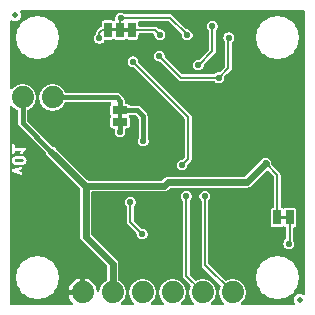
<source format=gbl>
%TF.GenerationSoftware,KiCad,Pcbnew,9.0.0*%
%TF.CreationDate,2025-04-11T12:54:06-06:00*%
%TF.ProjectId,SparkFun_AS7343_Qwiic,53706172-6b46-4756-9e5f-415337333433,v01*%
%TF.SameCoordinates,Original*%
%TF.FileFunction,Copper,L2,Bot*%
%TF.FilePolarity,Positive*%
%FSLAX46Y46*%
G04 Gerber Fmt 4.6, Leading zero omitted, Abs format (unit mm)*
G04 Created by KiCad (PCBNEW 9.0.0) date 2025-04-11 12:54:06*
%MOMM*%
%LPD*%
G01*
G04 APERTURE LIST*
%ADD10C,0.254000*%
%TA.AperFunction,EtchedComponent*%
%ADD11C,0.000000*%
%TD*%
%TA.AperFunction,ComponentPad*%
%ADD12C,1.879600*%
%TD*%
%TA.AperFunction,SMDPad,CuDef*%
%ADD13R,0.660400X1.270000*%
%TD*%
%TA.AperFunction,SMDPad,CuDef*%
%ADD14C,0.500000*%
%TD*%
%TA.AperFunction,SMDPad,CuDef*%
%ADD15R,1.270000X0.660400*%
%TD*%
%TA.AperFunction,ViaPad*%
%ADD16C,0.560000*%
%TD*%
%TA.AperFunction,Conductor*%
%ADD17C,0.203200*%
%TD*%
%TA.AperFunction,Conductor*%
%ADD18C,0.558800*%
%TD*%
%TA.AperFunction,Conductor*%
%ADD19C,0.406400*%
%TD*%
G04 APERTURE END LIST*
D10*
G36*
X1247337Y12568317D02*
G01*
X1313193Y12535389D01*
X1332432Y12516150D01*
X1358187Y12464640D01*
X1358187Y12427838D01*
X1332432Y12376328D01*
X1313193Y12357089D01*
X1247337Y12324161D01*
X1082505Y12282953D01*
X871868Y12282953D01*
X707036Y12324161D01*
X641178Y12357090D01*
X621943Y12376326D01*
X596187Y12427838D01*
X596187Y12464640D01*
X621943Y12516153D01*
X641178Y12535389D01*
X707036Y12568317D01*
X871868Y12609525D01*
X1082505Y12609525D01*
X1247337Y12568317D01*
G37*
G36*
X1739187Y11080841D02*
G01*
X215187Y11080841D01*
X215187Y11593944D01*
X343551Y11593944D01*
X344473Y11575382D01*
X343551Y11556820D01*
X345694Y11550818D01*
X346011Y11544452D01*
X353966Y11527658D01*
X360217Y11510155D01*
X364495Y11505430D01*
X367224Y11499668D01*
X381001Y11487197D01*
X393473Y11473419D01*
X399234Y11470691D01*
X403960Y11466412D01*
X426472Y11455781D01*
X1103805Y11213876D01*
X1127958Y11207841D01*
X1177450Y11210301D01*
X1222234Y11231514D01*
X1255490Y11268250D01*
X1272156Y11314916D01*
X1269696Y11364407D01*
X1248482Y11409191D01*
X1211746Y11442447D01*
X1189234Y11453078D01*
X846783Y11575382D01*
X1189234Y11697686D01*
X1211746Y11708317D01*
X1248482Y11741573D01*
X1269696Y11786357D01*
X1272156Y11835848D01*
X1255490Y11882514D01*
X1222234Y11919250D01*
X1177450Y11940463D01*
X1127958Y11942923D01*
X1103805Y11936888D01*
X426472Y11694983D01*
X403960Y11684352D01*
X399234Y11680074D01*
X393473Y11677345D01*
X381001Y11663568D01*
X367224Y11651096D01*
X364495Y11645335D01*
X360217Y11640609D01*
X353966Y11623107D01*
X346011Y11606312D01*
X345694Y11599947D01*
X343551Y11593944D01*
X215187Y11593944D01*
X215187Y12494620D01*
X342187Y12494620D01*
X342187Y12397858D01*
X344627Y12373082D01*
X346373Y12368866D01*
X346697Y12364313D01*
X355595Y12341062D01*
X403976Y12244300D01*
X410687Y12233638D01*
X411971Y12230539D01*
X414833Y12227052D01*
X417238Y12223231D01*
X419772Y12221033D01*
X427765Y12211294D01*
X476144Y12162914D01*
X485885Y12154920D01*
X488083Y12152385D01*
X491900Y12149982D01*
X495389Y12147119D01*
X498488Y12145835D01*
X509152Y12139123D01*
X605914Y12090742D01*
X607726Y12090049D01*
X608464Y12089502D01*
X618856Y12085790D01*
X629165Y12081844D01*
X630080Y12081779D01*
X631908Y12081126D01*
X825432Y12032745D01*
X829727Y12032110D01*
X831458Y12031393D01*
X840787Y12030475D01*
X850060Y12029103D01*
X851912Y12029379D01*
X856234Y12028953D01*
X1098139Y12028953D01*
X1102460Y12029379D01*
X1104313Y12029103D01*
X1113585Y12030475D01*
X1122915Y12031393D01*
X1124645Y12032110D01*
X1128941Y12032745D01*
X1322465Y12081126D01*
X1324292Y12081779D01*
X1325208Y12081844D01*
X1335508Y12085787D01*
X1345910Y12089502D01*
X1346648Y12090050D01*
X1348459Y12090742D01*
X1445221Y12139123D01*
X1455885Y12145837D01*
X1458983Y12147119D01*
X1462469Y12149981D01*
X1466290Y12152385D01*
X1468487Y12154919D01*
X1478228Y12162912D01*
X1526609Y12211293D01*
X1534602Y12221034D01*
X1537136Y12223231D01*
X1539540Y12227052D01*
X1542402Y12230538D01*
X1543684Y12233636D01*
X1550398Y12244300D01*
X1598779Y12341062D01*
X1607677Y12364313D01*
X1608000Y12368866D01*
X1609747Y12373082D01*
X1612187Y12397858D01*
X1612187Y12494620D01*
X1609747Y12519396D01*
X1608000Y12523613D01*
X1607677Y12528165D01*
X1598779Y12551416D01*
X1550398Y12648178D01*
X1543684Y12658843D01*
X1542402Y12661940D01*
X1539540Y12665427D01*
X1537136Y12669247D01*
X1534602Y12671445D01*
X1526609Y12681185D01*
X1478228Y12729566D01*
X1468487Y12737560D01*
X1466290Y12740093D01*
X1462469Y12742498D01*
X1458983Y12745359D01*
X1455885Y12746642D01*
X1445221Y12753355D01*
X1348459Y12801736D01*
X1346648Y12802429D01*
X1345910Y12802976D01*
X1335508Y12806692D01*
X1325208Y12810634D01*
X1324292Y12810700D01*
X1322465Y12811352D01*
X1128941Y12859733D01*
X1124645Y12860369D01*
X1122915Y12861085D01*
X1113585Y12862004D01*
X1104313Y12863375D01*
X1102460Y12863100D01*
X1098139Y12863525D01*
X856234Y12863525D01*
X851912Y12863100D01*
X850060Y12863375D01*
X840787Y12862004D01*
X831458Y12861085D01*
X829727Y12860369D01*
X825432Y12859733D01*
X631908Y12811352D01*
X630080Y12810700D01*
X629165Y12810634D01*
X618856Y12806689D01*
X608464Y12802976D01*
X607726Y12802430D01*
X605914Y12801736D01*
X509152Y12753355D01*
X498488Y12746644D01*
X495389Y12745359D01*
X491900Y12742497D01*
X488083Y12740093D01*
X485885Y12737559D01*
X476144Y12729564D01*
X427765Y12681184D01*
X419772Y12671446D01*
X417238Y12669247D01*
X414833Y12665427D01*
X411971Y12661939D01*
X410687Y12658841D01*
X403976Y12648178D01*
X355595Y12551416D01*
X346697Y12528165D01*
X346373Y12523613D01*
X344627Y12519396D01*
X342187Y12494620D01*
X215187Y12494620D01*
X215187Y13704144D01*
X342187Y13704144D01*
X342187Y13123572D01*
X344627Y13098796D01*
X363590Y13053015D01*
X398630Y13017975D01*
X444411Y12999012D01*
X493963Y12999012D01*
X539744Y13017975D01*
X574784Y13053015D01*
X593747Y13098796D01*
X596187Y13123572D01*
X596187Y13286858D01*
X1135813Y13286858D01*
X1129690Y13277130D01*
X1081309Y13180368D01*
X1072411Y13157117D01*
X1068898Y13107688D01*
X1084568Y13060677D01*
X1117036Y13023242D01*
X1161356Y13001082D01*
X1210785Y12997569D01*
X1257796Y13013239D01*
X1295231Y13045707D01*
X1308493Y13066776D01*
X1347656Y13145103D01*
X1420955Y13218403D01*
X1555634Y13308188D01*
X1555701Y13308244D01*
X1555744Y13308261D01*
X1555838Y13308356D01*
X1574895Y13323961D01*
X1581892Y13334410D01*
X1590784Y13343301D01*
X1595545Y13354796D01*
X1602469Y13365134D01*
X1604935Y13377465D01*
X1609747Y13389082D01*
X1609747Y13401526D01*
X1612187Y13413726D01*
X1609747Y13426060D01*
X1609747Y13438634D01*
X1604984Y13450132D01*
X1602570Y13462336D01*
X1595596Y13472797D01*
X1590784Y13484415D01*
X1581985Y13493214D01*
X1575084Y13503566D01*
X1564635Y13510564D01*
X1555744Y13519455D01*
X1544249Y13524217D01*
X1533911Y13531140D01*
X1521580Y13533607D01*
X1509963Y13538418D01*
X1485447Y13540833D01*
X1485319Y13540858D01*
X1485275Y13540850D01*
X1485187Y13540858D01*
X596187Y13540858D01*
X596187Y13704144D01*
X593747Y13728920D01*
X574784Y13774701D01*
X539744Y13809741D01*
X493963Y13828704D01*
X444411Y13828704D01*
X398630Y13809741D01*
X363590Y13774701D01*
X344627Y13728920D01*
X342187Y13704144D01*
X215187Y13704144D01*
X215187Y13955704D01*
X1739187Y13955704D01*
X1739187Y11080841D01*
G37*
D11*
%TA.AperFunction,EtchedComponent*%
%TO.C,JP2*%
G36*
X9263000Y23368000D02*
G01*
X8763000Y23368000D01*
X8763000Y23668000D01*
X9263000Y23668000D01*
X9263000Y23368000D01*
G37*
%TD.AperFunction*%
%TA.AperFunction,EtchedComponent*%
G36*
X10295700Y23345000D02*
G01*
X9795700Y23345000D01*
X9795700Y23645000D01*
X10295700Y23645000D01*
X10295700Y23345000D01*
G37*
%TD.AperFunction*%
%TA.AperFunction,EtchedComponent*%
%TO.C,JP1*%
G36*
X23618000Y7470000D02*
G01*
X23118000Y7470000D01*
X23118000Y7770000D01*
X23618000Y7770000D01*
X23618000Y7470000D01*
G37*
%TD.AperFunction*%
%TA.AperFunction,EtchedComponent*%
%TO.C,JP3*%
G36*
X9675000Y15942500D02*
G01*
X9375000Y15942500D01*
X9375000Y16442500D01*
X9675000Y16442500D01*
X9675000Y15942500D01*
G37*
%TD.AperFunction*%
%TD*%
D12*
%TO.P,J3,1,Pin_1*%
%TO.N,GND*%
X6350000Y1270000D03*
%TO.P,J3,2,Pin_2*%
%TO.N,3.3V*%
X8890000Y1270000D03*
%TO.P,J3,3,Pin_3*%
%TO.N,SDA*%
X11430000Y1270000D03*
%TO.P,J3,4,Pin_4*%
%TO.N,SCL*%
X13970000Y1270000D03*
%TO.P,J3,5,Pin_5*%
%TO.N,GPIO*%
X16510000Y1270000D03*
%TO.P,J3,6,Pin_6*%
%TO.N,~{INT}*%
X19050000Y1270000D03*
%TD*%
%TO.P,D3,1,K*%
%TO.N,Net-(D3-K)*%
X3810000Y17780000D03*
%TO.P,D3,2,A*%
%TO.N,3.3V*%
X1270000Y17780000D03*
%TD*%
D13*
%TO.P,JP2,1,A*%
%TO.N,Net-(JP2-A)*%
X10566400Y23495000D03*
%TO.P,JP2,2,B*%
%TO.N,3.3V*%
X9525000Y23495000D03*
%TO.P,JP2,3,C*%
%TO.N,Net-(JP2-C)*%
X8483600Y23495000D03*
%TD*%
%TO.P,JP1,1,A*%
%TO.N,Net-(JP1-A)*%
X23888700Y7620000D03*
%TO.P,JP1,2,B*%
%TO.N,3.3V*%
X22847300Y7620000D03*
%TD*%
D14*
%TO.P,FID2,*%
%TO.N,*%
X635000Y24765000D03*
%TD*%
%TO.P,FID1,*%
%TO.N,*%
X24765000Y635000D03*
%TD*%
D15*
%TO.P,JP3,1,A*%
%TO.N,Net-(D2-K)*%
X9525000Y15671800D03*
%TO.P,JP3,2,B*%
%TO.N,Net-(D3-K)*%
X9525000Y16713200D03*
%TD*%
D16*
%TO.N,3.3V*%
X10395000Y8898000D03*
X9588500Y24493000D03*
X6612000Y9324000D03*
X15209000Y23080000D03*
X9534000Y10294000D03*
X11411000Y6222000D03*
X3718000Y13189000D03*
X21844000Y12192000D03*
%TO.N,GND*%
X12336000Y14284000D03*
X9295000Y18510000D03*
X14752000Y13806000D03*
X12262000Y9560000D03*
X14155000Y6028000D03*
X22944000Y18429000D03*
X2210000Y13600000D03*
X7536000Y17022000D03*
X6124000Y22565000D03*
X8371000Y14435000D03*
X17414000Y20389000D03*
X19548000Y9380000D03*
X7950000Y5988000D03*
X539000Y7497000D03*
X4932000Y16536000D03*
X13738000Y15259000D03*
X15750000Y6000000D03*
X15754000Y18778000D03*
X24872000Y17997000D03*
X20135000Y24858000D03*
X13888000Y19166000D03*
X24907000Y8856000D03*
X15233000Y544000D03*
X3306000Y14579000D03*
X17144000Y11888000D03*
X14985000Y20939000D03*
X11530000Y11131000D03*
X22153000Y10858000D03*
X10143000Y542000D03*
X21172730Y20784333D03*
X10892000Y19077000D03*
X19047000Y19204000D03*
X4617000Y21445000D03*
X8706000Y9516000D03*
X1270000Y20637500D03*
X675000Y647000D03*
X7556000Y21242000D03*
X20405000Y494000D03*
X5790000Y6330000D03*
X490000Y16572000D03*
X19207000Y11893000D03*
X17792000Y581000D03*
X17375000Y5994000D03*
X24588000Y12817000D03*
X5401000Y10061000D03*
X10684000Y12757000D03*
X7002000Y11082000D03*
X15371000Y11584000D03*
X5245000Y24894000D03*
X24895000Y24878000D03*
X12609000Y7512000D03*
X12342000Y17723000D03*
X6261000Y14679000D03*
X5080000Y19260000D03*
X3536000Y4702000D03*
%TO.N,Net-(JP1-A)*%
X23812500Y5397500D03*
%TO.N,Net-(JP2-A)*%
X12902000Y23103000D03*
%TO.N,Net-(JP2-C)*%
X7777000Y22794000D03*
%TO.N,~{INT}*%
X16713000Y9436000D03*
%TO.N,GPIO*%
X15131000Y9429000D03*
%TO.N,1.8V*%
X12852000Y21300000D03*
X17865000Y19466000D03*
X18722000Y22839000D03*
%TO.N,SDA_1V8*%
X14774000Y12059000D03*
X10625000Y20819000D03*
%TO.N,SCL_1V8*%
X17335000Y23835000D03*
X16150000Y20536000D03*
%TO.N,Net-(D2-K)*%
X9523000Y14891000D03*
%TO.N,Net-(D3-K)*%
X11493000Y14110000D03*
%TD*%
D17*
%TO.N,3.3V*%
X22847300Y11188700D02*
X21844000Y12192000D01*
D18*
X9534000Y10294000D02*
X6613000Y10294000D01*
X21844000Y12192000D02*
X20256000Y10604000D01*
D17*
X11411000Y6227000D02*
X10395000Y7243000D01*
D18*
X3718000Y13189000D02*
X6612000Y10295000D01*
X8890000Y1270000D02*
X8890000Y3723000D01*
X13584000Y10604000D02*
X13274000Y10294000D01*
X6612000Y6001000D02*
X6612000Y9324000D01*
D17*
X15209000Y23080000D02*
X15209000Y23115000D01*
D18*
X6613000Y10294000D02*
X6612000Y10295000D01*
D19*
X1270000Y15637000D02*
X1270000Y17780000D01*
D18*
X6612000Y9324000D02*
X6612000Y10295000D01*
D17*
X13786000Y24538000D02*
X9633500Y24538000D01*
X11411000Y6222000D02*
X11411000Y6227000D01*
X15209000Y23115000D02*
X13786000Y24538000D01*
X9633500Y24538000D02*
X9588500Y24493000D01*
X9525000Y23495000D02*
X9525000Y24429500D01*
D18*
X20256000Y10604000D02*
X13584000Y10604000D01*
D17*
X9525000Y24429500D02*
X9588500Y24493000D01*
X10395000Y7243000D02*
X10395000Y8898000D01*
D18*
X13274000Y10294000D02*
X9534000Y10294000D01*
D19*
X3718000Y13189000D02*
X1270000Y15637000D01*
D17*
X22847300Y7620000D02*
X22847300Y11188700D01*
D18*
X8890000Y3723000D02*
X6612000Y6001000D01*
D17*
%TO.N,Net-(JP1-A)*%
X23888700Y5473700D02*
X23812500Y5397500D01*
X23888700Y7620000D02*
X23888700Y5473700D01*
%TO.N,Net-(JP2-A)*%
X12510000Y23495000D02*
X12902000Y23103000D01*
X10566400Y23495000D02*
X12510000Y23495000D01*
%TO.N,Net-(JP2-C)*%
X7777000Y22794000D02*
X7777000Y23230000D01*
X7777000Y23230000D02*
X8042000Y23495000D01*
X8042000Y23495000D02*
X8483600Y23495000D01*
%TO.N,~{INT}*%
X16713000Y9436000D02*
X16713000Y3607000D01*
X16713000Y3607000D02*
X19050000Y1270000D01*
%TO.N,GPIO*%
X15131000Y2649000D02*
X16510000Y1270000D01*
X15131000Y9429000D02*
X15131000Y2649000D01*
%TO.N,1.8V*%
X18707000Y20308000D02*
X17865000Y19466000D01*
X18707000Y22824000D02*
X18707000Y20308000D01*
X17865000Y19466000D02*
X14686000Y19466000D01*
X18722000Y22839000D02*
X18707000Y22824000D01*
X14686000Y19466000D02*
X12852000Y21300000D01*
%TO.N,SDA_1V8*%
X10625000Y20819000D02*
X15302000Y16142000D01*
X15302000Y16142000D02*
X15302000Y12587000D01*
X15302000Y12587000D02*
X14774000Y12059000D01*
%TO.N,SCL_1V8*%
X16150000Y20536000D02*
X16180000Y20536000D01*
X17335000Y21691000D02*
X17335000Y23835000D01*
X16180000Y20536000D02*
X17335000Y21691000D01*
D19*
%TO.N,Net-(D2-K)*%
X9523000Y15669800D02*
X9525000Y15671800D01*
X9523000Y14891000D02*
X9523000Y15669800D01*
%TO.N,Net-(D3-K)*%
X3810000Y17780000D02*
X9255000Y17780000D01*
X9525000Y16713200D02*
X10963800Y16713200D01*
X9525000Y17510000D02*
X9525000Y16713200D01*
X11493000Y14110000D02*
X11493000Y16184000D01*
X10963800Y16713200D02*
X11493000Y16184000D01*
X9255000Y17780000D02*
X9525000Y17510000D01*
%TD*%
%TA.AperFunction,Conductor*%
%TO.N,GND*%
G36*
X408903Y17059419D02*
G01*
X415381Y17053387D01*
X417161Y17051607D01*
X541607Y16927161D01*
X683988Y16823715D01*
X820796Y16754008D01*
X871591Y16706035D01*
X888500Y16643524D01*
X888500Y15586775D01*
X907999Y15514004D01*
X914499Y15489745D01*
X914500Y15489744D01*
X945787Y15435553D01*
X945788Y15435552D01*
X964723Y15402754D01*
X3243850Y13123627D01*
X3275943Y13068041D01*
X3290932Y13012103D01*
X3351268Y12907597D01*
X3436597Y12822268D01*
X3439100Y12819765D01*
X3445996Y12813718D01*
X6117981Y10141733D01*
X6151466Y10080410D01*
X6154300Y10054052D01*
X6154300Y9386576D01*
X6153700Y9384336D01*
X6153700Y9263664D01*
X6154300Y9261425D01*
X6154300Y6061258D01*
X6154300Y5940742D01*
X6170392Y5880686D01*
X6185492Y5824333D01*
X6185495Y5824328D01*
X6245744Y5719972D01*
X6245750Y5719964D01*
X8395981Y3569733D01*
X8429466Y3508410D01*
X8432300Y3482052D01*
X8432300Y2367652D01*
X8412615Y2300613D01*
X8364597Y2257168D01*
X8303987Y2226285D01*
X8251274Y2187986D01*
X8161607Y2122839D01*
X8161605Y2122837D01*
X8161604Y2122837D01*
X8037163Y1998396D01*
X8037163Y1998395D01*
X8037161Y1998393D01*
X8009272Y1960007D01*
X7933715Y1856013D01*
X7853815Y1699202D01*
X7853814Y1699199D01*
X7799432Y1531824D01*
X7780794Y1414154D01*
X7750864Y1351019D01*
X7691552Y1314089D01*
X7621690Y1315087D01*
X7563457Y1353698D01*
X7535848Y1414156D01*
X7514405Y1549545D01*
X7514404Y1549546D01*
X7456335Y1728263D01*
X7371028Y1895688D01*
X7260576Y2047710D01*
X7260576Y2047711D01*
X7127710Y2180577D01*
X6975687Y2291029D01*
X6808262Y2376336D01*
X6629549Y2434404D01*
X6629545Y2434405D01*
X6600000Y2439085D01*
X6600000Y1712252D01*
X6546081Y1743381D01*
X6416880Y1778000D01*
X6283120Y1778000D01*
X6153919Y1743381D01*
X6100000Y1712252D01*
X6100000Y2439085D01*
X6099999Y2439085D01*
X6070454Y2434405D01*
X6070450Y2434404D01*
X5891737Y2376336D01*
X5724312Y2291029D01*
X5572290Y2180577D01*
X5572289Y2180577D01*
X5439423Y2047711D01*
X5439423Y2047710D01*
X5328971Y1895688D01*
X5243664Y1728265D01*
X5185595Y1549550D01*
X5180916Y1520000D01*
X5907749Y1520000D01*
X5876619Y1466081D01*
X5842000Y1336880D01*
X5842000Y1203120D01*
X5876619Y1073919D01*
X5907749Y1020000D01*
X5180916Y1020000D01*
X5185595Y990451D01*
X5243664Y811736D01*
X5328971Y644313D01*
X5439423Y492291D01*
X5439423Y492290D01*
X5516332Y415381D01*
X5549817Y354058D01*
X5544833Y284366D01*
X5502961Y228433D01*
X5437497Y204016D01*
X5428651Y203700D01*
X327700Y203700D01*
X260661Y223385D01*
X214906Y276189D01*
X203700Y327700D01*
X203700Y2658005D01*
X739500Y2658005D01*
X739500Y2421996D01*
X739501Y2421980D01*
X770306Y2187990D01*
X831394Y1960007D01*
X921714Y1741955D01*
X921719Y1741944D01*
X946399Y1699198D01*
X1039727Y1537550D01*
X1039729Y1537547D01*
X1039730Y1537546D01*
X1183406Y1350303D01*
X1183412Y1350296D01*
X1350295Y1183413D01*
X1350302Y1183407D01*
X1406372Y1140383D01*
X1537550Y1039727D01*
X1622892Y990455D01*
X1741943Y921720D01*
X1741948Y921718D01*
X1741951Y921716D01*
X1960007Y831394D01*
X2187986Y770307D01*
X2421989Y739500D01*
X2421996Y739500D01*
X2658004Y739500D01*
X2658011Y739500D01*
X2892014Y770307D01*
X3119993Y831394D01*
X3338049Y921716D01*
X3542450Y1039727D01*
X3729699Y1183408D01*
X3896592Y1350301D01*
X4040273Y1537550D01*
X4158284Y1741951D01*
X4248606Y1960007D01*
X4309693Y2187986D01*
X4340500Y2421989D01*
X4340500Y2658011D01*
X4309693Y2892014D01*
X4248606Y3119993D01*
X4158284Y3338049D01*
X4158282Y3338052D01*
X4158280Y3338057D01*
X4102230Y3435137D01*
X4040273Y3542450D01*
X3962466Y3643850D01*
X3896593Y3729698D01*
X3896587Y3729705D01*
X3729704Y3896588D01*
X3729697Y3896594D01*
X3542454Y4040270D01*
X3542453Y4040271D01*
X3542450Y4040273D01*
X3460957Y4087323D01*
X3338056Y4158281D01*
X3338045Y4158286D01*
X3119993Y4248606D01*
X2892010Y4309694D01*
X2658020Y4340499D01*
X2658017Y4340500D01*
X2658011Y4340500D01*
X2421989Y4340500D01*
X2421983Y4340500D01*
X2421979Y4340499D01*
X2187989Y4309694D01*
X1960006Y4248606D01*
X1741954Y4158286D01*
X1741943Y4158281D01*
X1537545Y4040270D01*
X1350302Y3896594D01*
X1350295Y3896588D01*
X1183412Y3729705D01*
X1183406Y3729698D01*
X1039730Y3542455D01*
X921719Y3338057D01*
X921714Y3338046D01*
X831394Y3119994D01*
X770306Y2892011D01*
X739501Y2658021D01*
X739500Y2658005D01*
X203700Y2658005D01*
X203700Y11076385D01*
X223385Y11143424D01*
X276189Y11189179D01*
X327700Y11200385D01*
X1619580Y11200385D01*
X1619580Y13836144D01*
X335729Y13836144D01*
X327700Y13836144D01*
X260661Y13855829D01*
X214906Y13908633D01*
X203700Y13960144D01*
X203700Y16965706D01*
X223385Y17032745D01*
X276189Y17078500D01*
X345347Y17088444D01*
X408903Y17059419D01*
G37*
%TD.AperFunction*%
%TA.AperFunction,Conductor*%
G36*
X25139339Y25176615D02*
G01*
X25185094Y25123811D01*
X25196300Y25072300D01*
X25196300Y1178692D01*
X25176615Y1111653D01*
X25123811Y1065898D01*
X25054653Y1055954D01*
X25010301Y1071305D01*
X24958193Y1101390D01*
X24958188Y1101391D01*
X24958187Y1101392D01*
X24958186Y1101392D01*
X24830892Y1135500D01*
X24699108Y1135500D01*
X24571812Y1101392D01*
X24457686Y1035500D01*
X24457683Y1035498D01*
X24364502Y942317D01*
X24364500Y942314D01*
X24298608Y828188D01*
X24264500Y700892D01*
X24264500Y569109D01*
X24298608Y441813D01*
X24328696Y389701D01*
X24345169Y321801D01*
X24322317Y255774D01*
X24267396Y212583D01*
X24221309Y203700D01*
X19864294Y203700D01*
X19797255Y223385D01*
X19751500Y276189D01*
X19741556Y345347D01*
X19770581Y408903D01*
X19776613Y415381D01*
X19803046Y441814D01*
X19902839Y541607D01*
X20006285Y683988D01*
X20086184Y840799D01*
X20140568Y1008178D01*
X20168100Y1182004D01*
X20168100Y1357996D01*
X20140568Y1531822D01*
X20113376Y1615512D01*
X20086185Y1699199D01*
X20086184Y1699202D01*
X20045473Y1779101D01*
X20006285Y1856012D01*
X19902839Y1998393D01*
X19778393Y2122839D01*
X19636012Y2226285D01*
X19564114Y2262919D01*
X19479201Y2306185D01*
X19479198Y2306186D01*
X19311823Y2360568D01*
X19212269Y2376336D01*
X19137996Y2388100D01*
X18962004Y2388100D01*
X18904062Y2378923D01*
X18788176Y2360568D01*
X18620802Y2306186D01*
X18561193Y2275814D01*
X18492524Y2262919D01*
X18427784Y2289196D01*
X18417219Y2298619D01*
X18057833Y2658005D01*
X21059500Y2658005D01*
X21059500Y2421996D01*
X21059501Y2421980D01*
X21090306Y2187990D01*
X21151394Y1960007D01*
X21241714Y1741955D01*
X21241719Y1741944D01*
X21266399Y1699198D01*
X21359727Y1537550D01*
X21359729Y1537547D01*
X21359730Y1537546D01*
X21503406Y1350303D01*
X21503412Y1350296D01*
X21670295Y1183413D01*
X21670302Y1183407D01*
X21726372Y1140383D01*
X21857550Y1039727D01*
X21942892Y990455D01*
X22061943Y921720D01*
X22061948Y921718D01*
X22061951Y921716D01*
X22280007Y831394D01*
X22507986Y770307D01*
X22741989Y739500D01*
X22741996Y739500D01*
X22978004Y739500D01*
X22978011Y739500D01*
X23212014Y770307D01*
X23439993Y831394D01*
X23658049Y921716D01*
X23862450Y1039727D01*
X24049699Y1183408D01*
X24216592Y1350301D01*
X24360273Y1537550D01*
X24478284Y1741951D01*
X24568606Y1960007D01*
X24629693Y2187986D01*
X24660500Y2421989D01*
X24660500Y2658011D01*
X24629693Y2892014D01*
X24568606Y3119993D01*
X24478284Y3338049D01*
X24478282Y3338052D01*
X24478280Y3338057D01*
X24422230Y3435137D01*
X24360273Y3542450D01*
X24282466Y3643850D01*
X24216593Y3729698D01*
X24216587Y3729705D01*
X24049704Y3896588D01*
X24049697Y3896594D01*
X23862454Y4040270D01*
X23862453Y4040271D01*
X23862450Y4040273D01*
X23780957Y4087323D01*
X23658056Y4158281D01*
X23658045Y4158286D01*
X23439993Y4248606D01*
X23212010Y4309694D01*
X22978020Y4340499D01*
X22978017Y4340500D01*
X22978011Y4340500D01*
X22741989Y4340500D01*
X22741983Y4340500D01*
X22741979Y4340499D01*
X22507989Y4309694D01*
X22280006Y4248606D01*
X22061954Y4158286D01*
X22061943Y4158281D01*
X21857545Y4040270D01*
X21670302Y3896594D01*
X21670295Y3896588D01*
X21503412Y3729705D01*
X21503406Y3729698D01*
X21359730Y3542455D01*
X21241719Y3338057D01*
X21241714Y3338046D01*
X21151394Y3119994D01*
X21090306Y2892011D01*
X21059501Y2658021D01*
X21059500Y2658005D01*
X18057833Y2658005D01*
X17029219Y3686619D01*
X16995734Y3747942D01*
X16992900Y3774300D01*
X16992900Y9016403D01*
X17012585Y9083442D01*
X17029219Y9104084D01*
X17079732Y9154597D01*
X17140068Y9259103D01*
X17171300Y9375664D01*
X17171300Y9496336D01*
X17140068Y9612897D01*
X17079732Y9717403D01*
X16994403Y9802732D01*
X16889897Y9863068D01*
X16773336Y9894300D01*
X16652664Y9894300D01*
X16536103Y9863068D01*
X16536102Y9863068D01*
X16431598Y9802733D01*
X16431595Y9802731D01*
X16346269Y9717405D01*
X16346267Y9717402D01*
X16285932Y9612898D01*
X16285932Y9612897D01*
X16254700Y9496336D01*
X16254700Y9375664D01*
X16285932Y9259103D01*
X16331946Y9179403D01*
X16346267Y9154599D01*
X16346269Y9154596D01*
X16396781Y9104084D01*
X16430266Y9042761D01*
X16433100Y9016403D01*
X16433100Y3643850D01*
X16433100Y3570150D01*
X16452175Y3498963D01*
X16461938Y3482052D01*
X16489023Y3435140D01*
X16489025Y3435137D01*
X18021381Y1902781D01*
X18054866Y1841458D01*
X18049882Y1771766D01*
X18044186Y1758807D01*
X18013814Y1699198D01*
X17959432Y1531824D01*
X17949019Y1466081D01*
X17931900Y1357996D01*
X17931900Y1182004D01*
X17937919Y1144000D01*
X17959432Y1008177D01*
X18013814Y840802D01*
X18013815Y840799D01*
X18049733Y770307D01*
X18093715Y683988D01*
X18197161Y541607D01*
X18197163Y541605D01*
X18323387Y415381D01*
X18356872Y354058D01*
X18351888Y284366D01*
X18310016Y228433D01*
X18244552Y204016D01*
X18235706Y203700D01*
X17324294Y203700D01*
X17257255Y223385D01*
X17211500Y276189D01*
X17201556Y345347D01*
X17230581Y408903D01*
X17236613Y415381D01*
X17263046Y441814D01*
X17362839Y541607D01*
X17466285Y683988D01*
X17546184Y840799D01*
X17600568Y1008178D01*
X17628100Y1182004D01*
X17628100Y1357996D01*
X17600568Y1531822D01*
X17573376Y1615512D01*
X17546185Y1699199D01*
X17546184Y1699202D01*
X17505473Y1779101D01*
X17466285Y1856012D01*
X17362839Y1998393D01*
X17238393Y2122839D01*
X17096012Y2226285D01*
X17024114Y2262919D01*
X16939201Y2306185D01*
X16939198Y2306186D01*
X16771823Y2360568D01*
X16672269Y2376336D01*
X16597996Y2388100D01*
X16422004Y2388100D01*
X16364062Y2378923D01*
X16248176Y2360568D01*
X16080802Y2306186D01*
X16021193Y2275814D01*
X15952524Y2262919D01*
X15887784Y2289196D01*
X15877219Y2298619D01*
X15447219Y2728619D01*
X15413734Y2789942D01*
X15410900Y2816300D01*
X15410900Y9009403D01*
X15430585Y9076442D01*
X15447219Y9097084D01*
X15454219Y9104084D01*
X15497732Y9147597D01*
X15558068Y9252103D01*
X15589300Y9368664D01*
X15589300Y9489336D01*
X15558068Y9605897D01*
X15497732Y9710403D01*
X15412403Y9795732D01*
X15307897Y9856068D01*
X15191336Y9887300D01*
X15070664Y9887300D01*
X14954103Y9856068D01*
X14954102Y9856068D01*
X14849598Y9795733D01*
X14849595Y9795731D01*
X14764269Y9710405D01*
X14764267Y9710402D01*
X14703932Y9605898D01*
X14703932Y9605897D01*
X14672700Y9489336D01*
X14672700Y9368664D01*
X14703932Y9252103D01*
X14760225Y9154599D01*
X14764267Y9147599D01*
X14764269Y9147596D01*
X14814781Y9097084D01*
X14848266Y9035761D01*
X14851100Y9009403D01*
X14851100Y2685850D01*
X14851100Y2612150D01*
X14870175Y2540963D01*
X14907023Y2477140D01*
X14907025Y2477137D01*
X15481381Y1902781D01*
X15514866Y1841458D01*
X15509882Y1771766D01*
X15504186Y1758807D01*
X15473814Y1699198D01*
X15419432Y1531824D01*
X15409019Y1466081D01*
X15391900Y1357996D01*
X15391900Y1182004D01*
X15397919Y1144000D01*
X15419432Y1008177D01*
X15473814Y840802D01*
X15473815Y840799D01*
X15509733Y770307D01*
X15553715Y683988D01*
X15657161Y541607D01*
X15657163Y541605D01*
X15783387Y415381D01*
X15816872Y354058D01*
X15811888Y284366D01*
X15770016Y228433D01*
X15704552Y204016D01*
X15695706Y203700D01*
X14784294Y203700D01*
X14717255Y223385D01*
X14671500Y276189D01*
X14661556Y345347D01*
X14690581Y408903D01*
X14696613Y415381D01*
X14723046Y441814D01*
X14822839Y541607D01*
X14926285Y683988D01*
X15006184Y840799D01*
X15060568Y1008178D01*
X15088100Y1182004D01*
X15088100Y1357996D01*
X15060568Y1531822D01*
X15033376Y1615512D01*
X15006185Y1699199D01*
X15006184Y1699202D01*
X14965473Y1779101D01*
X14926285Y1856012D01*
X14822839Y1998393D01*
X14698393Y2122839D01*
X14556012Y2226285D01*
X14484114Y2262919D01*
X14399201Y2306185D01*
X14399198Y2306186D01*
X14231823Y2360568D01*
X14132269Y2376336D01*
X14057996Y2388100D01*
X13882004Y2388100D01*
X13824062Y2378923D01*
X13708176Y2360568D01*
X13540801Y2306186D01*
X13540798Y2306185D01*
X13383987Y2226285D01*
X13331274Y2187986D01*
X13241607Y2122839D01*
X13241605Y2122837D01*
X13241604Y2122837D01*
X13117163Y1998396D01*
X13117163Y1998395D01*
X13117161Y1998393D01*
X13089272Y1960007D01*
X13013715Y1856013D01*
X12933815Y1699202D01*
X12933814Y1699199D01*
X12879432Y1531824D01*
X12869019Y1466081D01*
X12851900Y1357996D01*
X12851900Y1182004D01*
X12857919Y1144000D01*
X12879432Y1008177D01*
X12933814Y840802D01*
X12933815Y840799D01*
X12969733Y770307D01*
X13013715Y683988D01*
X13117161Y541607D01*
X13117163Y541605D01*
X13243387Y415381D01*
X13276872Y354058D01*
X13271888Y284366D01*
X13230016Y228433D01*
X13164552Y204016D01*
X13155706Y203700D01*
X12244294Y203700D01*
X12177255Y223385D01*
X12131500Y276189D01*
X12121556Y345347D01*
X12150581Y408903D01*
X12156613Y415381D01*
X12183046Y441814D01*
X12282839Y541607D01*
X12386285Y683988D01*
X12466184Y840799D01*
X12520568Y1008178D01*
X12548100Y1182004D01*
X12548100Y1357996D01*
X12520568Y1531822D01*
X12493376Y1615512D01*
X12466185Y1699199D01*
X12466184Y1699202D01*
X12425473Y1779101D01*
X12386285Y1856012D01*
X12282839Y1998393D01*
X12158393Y2122839D01*
X12016012Y2226285D01*
X11944114Y2262919D01*
X11859201Y2306185D01*
X11859198Y2306186D01*
X11691823Y2360568D01*
X11592269Y2376336D01*
X11517996Y2388100D01*
X11342004Y2388100D01*
X11284062Y2378923D01*
X11168176Y2360568D01*
X11000801Y2306186D01*
X11000798Y2306185D01*
X10843987Y2226285D01*
X10791274Y2187986D01*
X10701607Y2122839D01*
X10701605Y2122837D01*
X10701604Y2122837D01*
X10577163Y1998396D01*
X10577163Y1998395D01*
X10577161Y1998393D01*
X10549272Y1960007D01*
X10473715Y1856013D01*
X10393815Y1699202D01*
X10393814Y1699199D01*
X10339432Y1531824D01*
X10329019Y1466081D01*
X10311900Y1357996D01*
X10311900Y1182004D01*
X10317919Y1144000D01*
X10339432Y1008177D01*
X10393814Y840802D01*
X10393815Y840799D01*
X10429733Y770307D01*
X10473715Y683988D01*
X10577161Y541607D01*
X10577163Y541605D01*
X10703387Y415381D01*
X10736872Y354058D01*
X10731888Y284366D01*
X10690016Y228433D01*
X10624552Y204016D01*
X10615706Y203700D01*
X9704294Y203700D01*
X9637255Y223385D01*
X9591500Y276189D01*
X9581556Y345347D01*
X9610581Y408903D01*
X9616613Y415381D01*
X9643046Y441814D01*
X9742839Y541607D01*
X9846285Y683988D01*
X9926184Y840799D01*
X9980568Y1008178D01*
X10008100Y1182004D01*
X10008100Y1357996D01*
X9980568Y1531822D01*
X9953376Y1615512D01*
X9926185Y1699199D01*
X9926184Y1699202D01*
X9885473Y1779101D01*
X9846285Y1856012D01*
X9742839Y1998393D01*
X9618393Y2122839D01*
X9476012Y2226285D01*
X9459075Y2234915D01*
X9415403Y2257168D01*
X9364608Y2305143D01*
X9347700Y2367652D01*
X9347700Y3783256D01*
X9317331Y3896592D01*
X9316508Y3899665D01*
X9291039Y3943778D01*
X9291039Y3943779D01*
X9291037Y3943781D01*
X9256250Y4004036D01*
X9256247Y4004040D01*
X7106019Y6154268D01*
X7072534Y6215591D01*
X7069700Y6241949D01*
X7069700Y8958336D01*
X9936700Y8958336D01*
X9936700Y8837665D01*
X9967932Y8721104D01*
X9967932Y8721103D01*
X10028267Y8616599D01*
X10028269Y8616596D01*
X10078781Y8566084D01*
X10112266Y8504761D01*
X10115100Y8478403D01*
X10115100Y7279850D01*
X10115100Y7206150D01*
X10134175Y7134963D01*
X10171023Y7071140D01*
X10171025Y7071137D01*
X10916381Y6325781D01*
X10949866Y6264458D01*
X10952700Y6238100D01*
X10952700Y6161664D01*
X10983932Y6045103D01*
X11044268Y5940597D01*
X11129597Y5855268D01*
X11234103Y5794932D01*
X11350664Y5763700D01*
X11350666Y5763700D01*
X11471334Y5763700D01*
X11471336Y5763700D01*
X11587897Y5794932D01*
X11692403Y5855268D01*
X11777732Y5940597D01*
X11838068Y6045103D01*
X11869300Y6161664D01*
X11869300Y6282336D01*
X11838068Y6398897D01*
X11777732Y6503403D01*
X11692403Y6588732D01*
X11587897Y6649068D01*
X11471336Y6680300D01*
X11471335Y6680300D01*
X11404900Y6680300D01*
X11337861Y6699985D01*
X11317219Y6716619D01*
X10711219Y7322619D01*
X10677734Y7383942D01*
X10674900Y7410300D01*
X10674900Y8478403D01*
X10694585Y8545442D01*
X10711219Y8566084D01*
X10761732Y8616597D01*
X10822068Y8721103D01*
X10853300Y8837664D01*
X10853300Y8958336D01*
X10822068Y9074897D01*
X10761732Y9179403D01*
X10676403Y9264732D01*
X10571897Y9325068D01*
X10455336Y9356300D01*
X10334664Y9356300D01*
X10218103Y9325068D01*
X10218102Y9325068D01*
X10113598Y9264733D01*
X10113595Y9264731D01*
X10028269Y9179405D01*
X10028267Y9179402D01*
X9967932Y9074898D01*
X9967932Y9074897D01*
X9936700Y8958336D01*
X7069700Y8958336D01*
X7069700Y9261425D01*
X7070300Y9263664D01*
X7070300Y9384336D01*
X7069700Y9386576D01*
X7069700Y9712300D01*
X7089385Y9779339D01*
X7142189Y9825094D01*
X7193700Y9836300D01*
X9460979Y9836300D01*
X9470133Y9835700D01*
X9473664Y9835700D01*
X9597867Y9835700D01*
X9607021Y9836300D01*
X13334256Y9836300D01*
X13334258Y9836300D01*
X13450666Y9867492D01*
X13555035Y9927749D01*
X13737267Y10109981D01*
X13798590Y10143466D01*
X13824948Y10146300D01*
X20316256Y10146300D01*
X20316258Y10146300D01*
X20432666Y10177492D01*
X20537035Y10237749D01*
X21882044Y11582760D01*
X21943365Y11616243D01*
X22013056Y11611259D01*
X22057401Y11582760D01*
X22279595Y11360567D01*
X22531081Y11109081D01*
X22564566Y11047758D01*
X22567400Y11021400D01*
X22567400Y8548562D01*
X22547715Y8481523D01*
X22494911Y8435768D01*
X22467591Y8426945D01*
X22455390Y8424519D01*
X22447530Y8422955D01*
X22408122Y8396623D01*
X22388555Y8383548D01*
X22388552Y8383546D01*
X22349144Y8324568D01*
X22349143Y8324567D01*
X22338800Y8272566D01*
X22338800Y6967442D01*
X22349144Y6915434D01*
X22349145Y6915431D01*
X22388553Y6856453D01*
X22447531Y6817045D01*
X22447532Y6817045D01*
X22447533Y6817044D01*
X22478678Y6810850D01*
X22499539Y6806700D01*
X23195060Y6806701D01*
X23247069Y6817045D01*
X23299110Y6851819D01*
X23310432Y6855364D01*
X23319613Y6862886D01*
X23343163Y6865613D01*
X23365784Y6872696D01*
X23378976Y6869760D01*
X23389019Y6870922D01*
X23408277Y6863237D01*
X23422597Y6860049D01*
X23430016Y6856411D01*
X23488931Y6817045D01*
X23524865Y6809898D01*
X23539397Y6802771D01*
X23553706Y6789666D01*
X23570900Y6780672D01*
X23578939Y6766555D01*
X23590922Y6755580D01*
X23595874Y6736818D01*
X23605476Y6719957D01*
X23608800Y6691438D01*
X23608800Y5880686D01*
X23589115Y5813647D01*
X23546803Y5773301D01*
X23531103Y5764237D01*
X23531094Y5764230D01*
X23445769Y5678905D01*
X23445767Y5678902D01*
X23385432Y5574398D01*
X23385432Y5574397D01*
X23354200Y5457836D01*
X23354200Y5337164D01*
X23385432Y5220603D01*
X23445768Y5116097D01*
X23531097Y5030768D01*
X23635603Y4970432D01*
X23752164Y4939200D01*
X23752166Y4939200D01*
X23872834Y4939200D01*
X23872836Y4939200D01*
X23989397Y4970432D01*
X24093903Y5030768D01*
X24179232Y5116097D01*
X24239568Y5220603D01*
X24270800Y5337164D01*
X24270800Y5457836D01*
X24239568Y5574397D01*
X24185212Y5668546D01*
X24168600Y5730545D01*
X24168600Y6691439D01*
X24188285Y6758478D01*
X24241089Y6804233D01*
X24268400Y6813054D01*
X24288469Y6817045D01*
X24347447Y6856453D01*
X24386855Y6915431D01*
X24397200Y6967439D01*
X24397199Y8272560D01*
X24386855Y8324569D01*
X24347447Y8383547D01*
X24288469Y8422955D01*
X24288468Y8422956D01*
X24288467Y8422956D01*
X24288466Y8422957D01*
X24236463Y8433300D01*
X23540941Y8433300D01*
X23488929Y8422955D01*
X23488927Y8422954D01*
X23436890Y8388183D01*
X23425564Y8384637D01*
X23416385Y8377115D01*
X23392835Y8374389D01*
X23370212Y8367305D01*
X23357017Y8370243D01*
X23346979Y8369080D01*
X23327725Y8376764D01*
X23313401Y8379952D01*
X23305982Y8383590D01*
X23247069Y8422955D01*
X23211136Y8430103D01*
X23196602Y8437230D01*
X23182292Y8450337D01*
X23165097Y8459331D01*
X23157057Y8473449D01*
X23145078Y8484421D01*
X23140125Y8503184D01*
X23130523Y8520047D01*
X23127200Y8548563D01*
X23127200Y11225549D01*
X23127200Y11225550D01*
X23108125Y11296737D01*
X23092549Y11323714D01*
X23071276Y11360563D01*
X23071274Y11360565D01*
X23071273Y11360567D01*
X22338619Y12093220D01*
X22305134Y12154543D01*
X22302300Y12180901D01*
X22302300Y12252334D01*
X22302300Y12252336D01*
X22271068Y12368897D01*
X22210732Y12473403D01*
X22125403Y12558732D01*
X22020897Y12619068D01*
X21904336Y12650300D01*
X21783664Y12650300D01*
X21667103Y12619068D01*
X21667102Y12619068D01*
X21562599Y12558734D01*
X21474774Y12470910D01*
X21468723Y12464011D01*
X20102733Y11098019D01*
X20041410Y11064534D01*
X20015052Y11061700D01*
X13523743Y11061700D01*
X13438525Y11038866D01*
X13438524Y11038867D01*
X13407336Y11030509D01*
X13407327Y11030505D01*
X13302971Y10970256D01*
X13302963Y10970250D01*
X13120733Y10788019D01*
X13059410Y10754534D01*
X13033052Y10751700D01*
X9596575Y10751700D01*
X9594336Y10752300D01*
X9473664Y10752300D01*
X9471425Y10751700D01*
X6853948Y10751700D01*
X6786909Y10771385D01*
X6766267Y10788019D01*
X4093282Y13461004D01*
X4087235Y13467900D01*
X4084732Y13470403D01*
X3999403Y13555732D01*
X3894897Y13616068D01*
X3894898Y13616068D01*
X3838960Y13631056D01*
X3783373Y13663150D01*
X1687819Y15758704D01*
X1654334Y15820027D01*
X1651500Y15846385D01*
X1651500Y16643524D01*
X1671185Y16710563D01*
X1719203Y16754008D01*
X1856012Y16823715D01*
X1998393Y16927161D01*
X2122839Y17051607D01*
X2226285Y17193988D01*
X2306184Y17350799D01*
X2360568Y17518178D01*
X2388100Y17692004D01*
X2388100Y17867996D01*
X2691900Y17867996D01*
X2691900Y17692005D01*
X2719432Y17518177D01*
X2773814Y17350802D01*
X2773815Y17350799D01*
X2844866Y17211355D01*
X2853715Y17193988D01*
X2957161Y17051607D01*
X3081607Y16927161D01*
X3223988Y16823715D01*
X3300899Y16784527D01*
X3380798Y16743816D01*
X3380801Y16743815D01*
X3464488Y16716624D01*
X3548178Y16689432D01*
X3722004Y16661900D01*
X3722005Y16661900D01*
X3897995Y16661900D01*
X3897996Y16661900D01*
X4071822Y16689432D01*
X4239201Y16743816D01*
X4396012Y16823715D01*
X4538393Y16927161D01*
X4662839Y17051607D01*
X4766285Y17193988D01*
X4817340Y17294189D01*
X4835992Y17330795D01*
X4883967Y17381591D01*
X4946477Y17398500D01*
X8691741Y17398500D01*
X8758780Y17378815D01*
X8804535Y17326011D01*
X8814479Y17256853D01*
X8785454Y17193297D01*
X8762940Y17173435D01*
X8761453Y17171948D01*
X8722044Y17112968D01*
X8722043Y17112967D01*
X8711700Y17060966D01*
X8711700Y16365442D01*
X8722045Y16313430D01*
X8722046Y16313428D01*
X8756817Y16261391D01*
X8777695Y16194714D01*
X8759211Y16127334D01*
X8756822Y16123617D01*
X8722047Y16071571D01*
X8722044Y16071567D01*
X8722043Y16071567D01*
X8711700Y16019566D01*
X8711700Y15324042D01*
X8722044Y15272034D01*
X8722045Y15272031D01*
X8761453Y15213053D01*
X8820431Y15173645D01*
X8820432Y15173645D01*
X8820433Y15173644D01*
X8851578Y15167450D01*
X8872439Y15163300D01*
X8959896Y15163301D01*
X9026933Y15143617D01*
X9072689Y15090814D01*
X9082633Y15021655D01*
X9079670Y15007210D01*
X9064700Y14951341D01*
X9064700Y14951336D01*
X9064700Y14830664D01*
X9095932Y14714103D01*
X9156268Y14609597D01*
X9241597Y14524268D01*
X9346103Y14463932D01*
X9462664Y14432700D01*
X9462666Y14432700D01*
X9583334Y14432700D01*
X9583336Y14432700D01*
X9699897Y14463932D01*
X9804403Y14524268D01*
X9889732Y14609597D01*
X9950068Y14714103D01*
X9981300Y14830664D01*
X9981300Y14951336D01*
X9966329Y15007210D01*
X9967992Y15077058D01*
X10007155Y15134920D01*
X10071383Y15162424D01*
X10086104Y15163301D01*
X10177558Y15163301D01*
X10177560Y15163301D01*
X10229569Y15173645D01*
X10288547Y15213053D01*
X10327955Y15272031D01*
X10338300Y15324039D01*
X10338299Y16019560D01*
X10327955Y16071569D01*
X10293183Y16123609D01*
X10287208Y16142690D01*
X10276700Y16159703D01*
X10276980Y16175352D01*
X10272304Y16190286D01*
X10277593Y16209569D01*
X10277952Y16229561D01*
X10289964Y16254667D01*
X10290788Y16257667D01*
X10293147Y16261339D01*
X10303343Y16276598D01*
X10356958Y16321399D01*
X10406441Y16331700D01*
X10754415Y16331700D01*
X10821454Y16312015D01*
X10842096Y16295381D01*
X11075181Y16062296D01*
X11108666Y16000973D01*
X11111500Y15974615D01*
X11111500Y14399049D01*
X11094887Y14337049D01*
X11065933Y14286900D01*
X11065932Y14286897D01*
X11034700Y14170336D01*
X11034700Y14049664D01*
X11065932Y13933103D01*
X11126268Y13828597D01*
X11211597Y13743268D01*
X11316103Y13682932D01*
X11432664Y13651700D01*
X11432666Y13651700D01*
X11553334Y13651700D01*
X11553336Y13651700D01*
X11669897Y13682932D01*
X11774403Y13743268D01*
X11859732Y13828597D01*
X11920068Y13933103D01*
X11951300Y14049664D01*
X11951300Y14170336D01*
X11920068Y14286897D01*
X11891112Y14337050D01*
X11874500Y14399049D01*
X11874500Y16123773D01*
X11874501Y16123786D01*
X11874501Y16234223D01*
X11874501Y16234225D01*
X11848502Y16331253D01*
X11798276Y16418247D01*
X11198047Y17018476D01*
X11198046Y17018477D01*
X11198043Y17018479D01*
X11142320Y17050650D01*
X11142319Y17050650D01*
X11140661Y17051607D01*
X11111056Y17068700D01*
X11111055Y17068701D01*
X11086796Y17075201D01*
X11014025Y17094700D01*
X11014022Y17094700D01*
X10406441Y17094700D01*
X10339402Y17114385D01*
X10303339Y17149809D01*
X10288547Y17171947D01*
X10229569Y17211355D01*
X10229568Y17211356D01*
X10229567Y17211356D01*
X10229566Y17211357D01*
X10177565Y17221700D01*
X10177561Y17221700D01*
X10030500Y17221700D01*
X10021814Y17224251D01*
X10012853Y17222962D01*
X9988812Y17233941D01*
X9963461Y17241385D01*
X9957533Y17248226D01*
X9949297Y17251987D01*
X9935007Y17274222D01*
X9917706Y17294189D01*
X9915418Y17304704D01*
X9911523Y17310765D01*
X9906500Y17345700D01*
X9906500Y17449773D01*
X9906501Y17449786D01*
X9906501Y17560223D01*
X9906501Y17560225D01*
X9880502Y17657253D01*
X9830276Y17744247D01*
X9489247Y18085276D01*
X9402254Y18135501D01*
X9402255Y18135501D01*
X9377996Y18142001D01*
X9305225Y18161500D01*
X9305222Y18161500D01*
X4946477Y18161500D01*
X4879438Y18181185D01*
X4835992Y18229205D01*
X4766284Y18366013D01*
X4662839Y18508393D01*
X4538393Y18632839D01*
X4396012Y18736285D01*
X4239201Y18816185D01*
X4239198Y18816186D01*
X4071823Y18870568D01*
X3984909Y18884334D01*
X3897996Y18898100D01*
X3722004Y18898100D01*
X3664062Y18888923D01*
X3548176Y18870568D01*
X3380801Y18816186D01*
X3380798Y18816185D01*
X3223987Y18736285D01*
X3142753Y18677265D01*
X3081607Y18632839D01*
X3081605Y18632837D01*
X3081604Y18632837D01*
X2957163Y18508396D01*
X2957163Y18508395D01*
X2957161Y18508393D01*
X2912735Y18447247D01*
X2853715Y18366013D01*
X2773815Y18209202D01*
X2773814Y18209199D01*
X2719432Y18041824D01*
X2691900Y17867996D01*
X2388100Y17867996D01*
X2360568Y18041822D01*
X2306184Y18209201D01*
X2306184Y18209202D01*
X2226284Y18366013D01*
X2122839Y18508393D01*
X1998393Y18632839D01*
X1856012Y18736285D01*
X1699201Y18816185D01*
X1699198Y18816186D01*
X1531823Y18870568D01*
X1444909Y18884334D01*
X1357996Y18898100D01*
X1182004Y18898100D01*
X1124062Y18888923D01*
X1008176Y18870568D01*
X840801Y18816186D01*
X840798Y18816185D01*
X683987Y18736285D01*
X602753Y18677265D01*
X541607Y18632839D01*
X541605Y18632837D01*
X541604Y18632837D01*
X415381Y18506613D01*
X354058Y18473128D01*
X284366Y18478112D01*
X228433Y18519984D01*
X204016Y18585448D01*
X203700Y18594294D01*
X203700Y20879336D01*
X10166700Y20879336D01*
X10166700Y20758664D01*
X10197932Y20642103D01*
X10258268Y20537597D01*
X10343597Y20452268D01*
X10448103Y20391932D01*
X10564664Y20360700D01*
X10564666Y20360700D01*
X10636100Y20360700D01*
X10703139Y20341015D01*
X10723781Y20324381D01*
X14985781Y16062381D01*
X15019266Y16001058D01*
X15022100Y15974700D01*
X15022100Y12754301D01*
X15013455Y12724861D01*
X15006932Y12694874D01*
X15003177Y12689859D01*
X15002415Y12687262D01*
X14985781Y12666620D01*
X14872780Y12553619D01*
X14811457Y12520134D01*
X14785099Y12517300D01*
X14713664Y12517300D01*
X14597103Y12486068D01*
X14597102Y12486068D01*
X14492598Y12425733D01*
X14492595Y12425731D01*
X14407269Y12340405D01*
X14407267Y12340402D01*
X14346932Y12235898D01*
X14346932Y12235897D01*
X14315700Y12119336D01*
X14315700Y11998664D01*
X14346932Y11882103D01*
X14407268Y11777597D01*
X14492597Y11692268D01*
X14597103Y11631932D01*
X14713664Y11600700D01*
X14713666Y11600700D01*
X14834334Y11600700D01*
X14834336Y11600700D01*
X14950897Y11631932D01*
X15055403Y11692268D01*
X15140732Y11777597D01*
X15201068Y11882103D01*
X15232300Y11998664D01*
X15232300Y12070101D01*
X15251985Y12137140D01*
X15268619Y12157782D01*
X15363173Y12252336D01*
X15525976Y12415138D01*
X15562825Y12478963D01*
X15581900Y12550150D01*
X15581900Y12623850D01*
X15581900Y16178850D01*
X15562825Y16250037D01*
X15525976Y16313862D01*
X15473862Y16365976D01*
X11119619Y20720219D01*
X11086134Y20781542D01*
X11083300Y20807900D01*
X11083300Y20879334D01*
X11083300Y20879336D01*
X11052068Y20995897D01*
X10991732Y21100403D01*
X10906403Y21185732D01*
X10801897Y21246068D01*
X10801898Y21246068D01*
X10798517Y21246974D01*
X10792116Y21248689D01*
X10740414Y21262542D01*
X10685336Y21277300D01*
X10564664Y21277300D01*
X10448103Y21246068D01*
X10448102Y21246068D01*
X10343598Y21185733D01*
X10343595Y21185731D01*
X10258269Y21100405D01*
X10258267Y21100402D01*
X10197932Y20995898D01*
X10197932Y20995897D01*
X10166700Y20879336D01*
X203700Y20879336D01*
X203700Y22978005D01*
X739500Y22978005D01*
X739500Y22741996D01*
X739501Y22741980D01*
X770306Y22507990D01*
X831394Y22280007D01*
X921714Y22061955D01*
X921719Y22061944D01*
X992677Y21939043D01*
X1039727Y21857550D01*
X1039729Y21857547D01*
X1039730Y21857546D01*
X1183406Y21670303D01*
X1183412Y21670296D01*
X1350295Y21503413D01*
X1350302Y21503407D01*
X1384851Y21476897D01*
X1537550Y21359727D01*
X1660226Y21288900D01*
X1741943Y21241720D01*
X1741948Y21241718D01*
X1741951Y21241716D01*
X1960007Y21151394D01*
X2187986Y21090307D01*
X2421989Y21059500D01*
X2421996Y21059500D01*
X2658004Y21059500D01*
X2658011Y21059500D01*
X2892014Y21090307D01*
X3119993Y21151394D01*
X3338049Y21241716D01*
X3542450Y21359727D01*
X3543244Y21360336D01*
X12393700Y21360336D01*
X12393700Y21239664D01*
X12424932Y21123103D01*
X12485268Y21018597D01*
X12570597Y20933268D01*
X12675103Y20872932D01*
X12791664Y20841700D01*
X12791666Y20841700D01*
X12863100Y20841700D01*
X12930139Y20822015D01*
X12950781Y20805381D01*
X14514138Y19242024D01*
X14577963Y19205175D01*
X14649150Y19186100D01*
X14722850Y19186100D01*
X17445402Y19186100D01*
X17512441Y19166415D01*
X17533082Y19149782D01*
X17583595Y19099270D01*
X17583597Y19099268D01*
X17688103Y19038932D01*
X17804664Y19007700D01*
X17804666Y19007700D01*
X17925334Y19007700D01*
X17925336Y19007700D01*
X18041897Y19038932D01*
X18146403Y19099268D01*
X18231732Y19184597D01*
X18292068Y19289103D01*
X18323300Y19405664D01*
X18323300Y19477101D01*
X18342985Y19544140D01*
X18359619Y19564782D01*
X18577056Y19782219D01*
X18930976Y20136138D01*
X18967825Y20199963D01*
X18986900Y20271150D01*
X18986900Y20344850D01*
X18986900Y22404403D01*
X19006585Y22471442D01*
X19023219Y22492084D01*
X19053219Y22522084D01*
X19088732Y22557597D01*
X19149068Y22662103D01*
X19180300Y22778664D01*
X19180300Y22899336D01*
X19159221Y22978005D01*
X21059500Y22978005D01*
X21059500Y22741996D01*
X21059501Y22741980D01*
X21090306Y22507990D01*
X21151394Y22280007D01*
X21241714Y22061955D01*
X21241719Y22061944D01*
X21312677Y21939043D01*
X21359727Y21857550D01*
X21359729Y21857547D01*
X21359730Y21857546D01*
X21503406Y21670303D01*
X21503412Y21670296D01*
X21670295Y21503413D01*
X21670302Y21503407D01*
X21704851Y21476897D01*
X21857550Y21359727D01*
X21980226Y21288900D01*
X22061943Y21241720D01*
X22061948Y21241718D01*
X22061951Y21241716D01*
X22280007Y21151394D01*
X22507986Y21090307D01*
X22741989Y21059500D01*
X22741996Y21059500D01*
X22978004Y21059500D01*
X22978011Y21059500D01*
X23212014Y21090307D01*
X23439993Y21151394D01*
X23658049Y21241716D01*
X23862450Y21359727D01*
X24049699Y21503408D01*
X24216592Y21670301D01*
X24360273Y21857550D01*
X24478284Y22061951D01*
X24568606Y22280007D01*
X24629693Y22507986D01*
X24660500Y22741989D01*
X24660500Y22978011D01*
X24629693Y23212014D01*
X24568606Y23439993D01*
X24478284Y23658049D01*
X24478282Y23658052D01*
X24478280Y23658057D01*
X24436118Y23731082D01*
X24360273Y23862450D01*
X24301001Y23939694D01*
X24216593Y24049698D01*
X24216587Y24049705D01*
X24049704Y24216588D01*
X24049697Y24216594D01*
X23862454Y24360270D01*
X23862453Y24360271D01*
X23862450Y24360273D01*
X23780957Y24407323D01*
X23658056Y24478281D01*
X23658045Y24478286D01*
X23439993Y24568606D01*
X23212010Y24629694D01*
X22978020Y24660499D01*
X22978017Y24660500D01*
X22978011Y24660500D01*
X22741989Y24660500D01*
X22741983Y24660500D01*
X22741979Y24660499D01*
X22507989Y24629694D01*
X22280006Y24568606D01*
X22061954Y24478286D01*
X22061943Y24478281D01*
X21857545Y24360270D01*
X21670302Y24216594D01*
X21670295Y24216588D01*
X21503412Y24049705D01*
X21503406Y24049698D01*
X21359730Y23862455D01*
X21241719Y23658057D01*
X21241714Y23658046D01*
X21151394Y23439994D01*
X21090306Y23212011D01*
X21059501Y22978021D01*
X21059500Y22978005D01*
X19159221Y22978005D01*
X19149068Y23015897D01*
X19088732Y23120403D01*
X19003403Y23205732D01*
X18898897Y23266068D01*
X18782336Y23297300D01*
X18661664Y23297300D01*
X18545103Y23266068D01*
X18545102Y23266068D01*
X18440598Y23205733D01*
X18440595Y23205731D01*
X18355269Y23120405D01*
X18355267Y23120402D01*
X18294932Y23015898D01*
X18294932Y23015897D01*
X18263700Y22899336D01*
X18263700Y22778664D01*
X18294932Y22662103D01*
X18318258Y22621700D01*
X18355267Y22557599D01*
X18355269Y22557596D01*
X18390781Y22522084D01*
X18424266Y22460761D01*
X18427100Y22434403D01*
X18427100Y20475301D01*
X18407415Y20408262D01*
X18390781Y20387620D01*
X17963780Y19960619D01*
X17902457Y19927134D01*
X17876099Y19924300D01*
X17804664Y19924300D01*
X17688103Y19893068D01*
X17688102Y19893068D01*
X17583598Y19832733D01*
X17583595Y19832731D01*
X17533082Y19782218D01*
X17471759Y19748734D01*
X17445402Y19745900D01*
X14853300Y19745900D01*
X14786261Y19765585D01*
X14765619Y19782219D01*
X13951502Y20596336D01*
X15691700Y20596336D01*
X15691700Y20475664D01*
X15722932Y20359103D01*
X15783268Y20254597D01*
X15868597Y20169268D01*
X15973103Y20108932D01*
X16089664Y20077700D01*
X16089666Y20077700D01*
X16210334Y20077700D01*
X16210336Y20077700D01*
X16326897Y20108932D01*
X16431403Y20169268D01*
X16516732Y20254597D01*
X16577068Y20359103D01*
X16608300Y20475664D01*
X16608300Y20517100D01*
X16627985Y20584139D01*
X16644619Y20604781D01*
X17099340Y21059502D01*
X17558976Y21519138D01*
X17595825Y21582963D01*
X17614900Y21654150D01*
X17614900Y21727850D01*
X17614900Y23415403D01*
X17634585Y23482442D01*
X17651219Y23503084D01*
X17655203Y23507068D01*
X17701732Y23553597D01*
X17762068Y23658103D01*
X17793300Y23774664D01*
X17793300Y23895336D01*
X17762068Y24011897D01*
X17701732Y24116403D01*
X17616403Y24201732D01*
X17511897Y24262068D01*
X17395336Y24293300D01*
X17274664Y24293300D01*
X17158103Y24262068D01*
X17158102Y24262068D01*
X17053598Y24201733D01*
X17053595Y24201731D01*
X16968269Y24116405D01*
X16968267Y24116402D01*
X16907932Y24011898D01*
X16907932Y24011897D01*
X16876700Y23895336D01*
X16876700Y23774664D01*
X16891622Y23718976D01*
X16907932Y23658104D01*
X16907932Y23658103D01*
X16968267Y23553599D01*
X16968269Y23553596D01*
X17018781Y23503084D01*
X17052266Y23441761D01*
X17055100Y23415403D01*
X17055100Y21858301D01*
X17035415Y21791262D01*
X17018781Y21770620D01*
X16278780Y21030619D01*
X16217457Y20997134D01*
X16191099Y20994300D01*
X16089664Y20994300D01*
X15973103Y20963068D01*
X15973102Y20963068D01*
X15868598Y20902733D01*
X15868595Y20902731D01*
X15783269Y20817405D01*
X15783267Y20817402D01*
X15722932Y20712898D01*
X15722932Y20712897D01*
X15691700Y20596336D01*
X13951502Y20596336D01*
X13346619Y21201219D01*
X13313134Y21262542D01*
X13310300Y21288900D01*
X13310300Y21360334D01*
X13310300Y21360336D01*
X13279068Y21476897D01*
X13218732Y21581403D01*
X13133403Y21666732D01*
X13028897Y21727068D01*
X12912336Y21758300D01*
X12791664Y21758300D01*
X12675103Y21727068D01*
X12675102Y21727068D01*
X12570598Y21666733D01*
X12570595Y21666731D01*
X12485269Y21581405D01*
X12485267Y21581402D01*
X12424932Y21476898D01*
X12424932Y21476897D01*
X12393700Y21360336D01*
X3543244Y21360336D01*
X3729699Y21503408D01*
X3896592Y21670301D01*
X4040273Y21857550D01*
X4158284Y22061951D01*
X4248606Y22280007D01*
X4309693Y22507986D01*
X4340500Y22741989D01*
X4340500Y22854336D01*
X7318700Y22854336D01*
X7318700Y22733664D01*
X7349932Y22617103D01*
X7410268Y22512597D01*
X7495597Y22427268D01*
X7600103Y22366932D01*
X7716664Y22335700D01*
X7716666Y22335700D01*
X7837334Y22335700D01*
X7837336Y22335700D01*
X7953897Y22366932D01*
X8058403Y22427268D01*
X8143732Y22512597D01*
X8204068Y22617103D01*
X8204068Y22617105D01*
X8205567Y22619700D01*
X8256134Y22667916D01*
X8312955Y22681701D01*
X8831358Y22681701D01*
X8831360Y22681701D01*
X8883369Y22692045D01*
X8935410Y22726819D01*
X9002084Y22747696D01*
X9069465Y22729213D01*
X9073157Y22726840D01*
X9125231Y22692045D01*
X9125232Y22692045D01*
X9125233Y22692044D01*
X9156378Y22685850D01*
X9177239Y22681700D01*
X9872760Y22681701D01*
X9924769Y22692045D01*
X9976810Y22726819D01*
X10043484Y22747696D01*
X10110865Y22729213D01*
X10114557Y22726840D01*
X10166631Y22692045D01*
X10166632Y22692045D01*
X10166633Y22692044D01*
X10197778Y22685850D01*
X10218639Y22681700D01*
X10914160Y22681701D01*
X10966169Y22692045D01*
X11025147Y22731453D01*
X11064555Y22790431D01*
X11066180Y22798597D01*
X11074899Y22842435D01*
X11074900Y22842438D01*
X11074900Y23091100D01*
X11094585Y23158139D01*
X11147389Y23203894D01*
X11198900Y23215100D01*
X12319700Y23215100D01*
X12386739Y23195415D01*
X12432494Y23142611D01*
X12443700Y23091100D01*
X12443700Y23042664D01*
X12474932Y22926103D01*
X12535268Y22821597D01*
X12620597Y22736268D01*
X12725103Y22675932D01*
X12841664Y22644700D01*
X12841666Y22644700D01*
X12962334Y22644700D01*
X12962336Y22644700D01*
X13078897Y22675932D01*
X13183403Y22736268D01*
X13268732Y22821597D01*
X13329068Y22926103D01*
X13360300Y23042664D01*
X13360300Y23163336D01*
X13329068Y23279897D01*
X13268732Y23384403D01*
X13183403Y23469732D01*
X13078897Y23530068D01*
X12962336Y23561300D01*
X12890900Y23561300D01*
X12823861Y23580985D01*
X12803219Y23597619D01*
X12681863Y23718975D01*
X12681862Y23718976D01*
X12618037Y23755825D01*
X12618038Y23755825D01*
X12594308Y23762184D01*
X12546850Y23774900D01*
X12546848Y23774900D01*
X11198899Y23774900D01*
X11190213Y23777451D01*
X11181252Y23776162D01*
X11157211Y23787141D01*
X11131860Y23794585D01*
X11125932Y23801426D01*
X11117696Y23805187D01*
X11103406Y23827422D01*
X11086105Y23847389D01*
X11083817Y23857904D01*
X11079922Y23863965D01*
X11074899Y23898900D01*
X11074899Y24134100D01*
X11094584Y24201139D01*
X11147388Y24246894D01*
X11198899Y24258100D01*
X13618700Y24258100D01*
X13685739Y24238415D01*
X13706381Y24221781D01*
X14714381Y23213781D01*
X14747866Y23152458D01*
X14750700Y23126100D01*
X14750700Y23019664D01*
X14781932Y22903103D01*
X14842268Y22798597D01*
X14927597Y22713268D01*
X15032103Y22652932D01*
X15148664Y22621700D01*
X15148666Y22621700D01*
X15269334Y22621700D01*
X15269336Y22621700D01*
X15385897Y22652932D01*
X15490403Y22713268D01*
X15575732Y22798597D01*
X15636068Y22903103D01*
X15667300Y23019664D01*
X15667300Y23140336D01*
X15636068Y23256897D01*
X15575732Y23361403D01*
X15490403Y23446732D01*
X15385897Y23507068D01*
X15269336Y23538300D01*
X15269335Y23538300D01*
X15232900Y23538300D01*
X15165861Y23557985D01*
X15145219Y23574619D01*
X13957863Y24761975D01*
X13957862Y24761976D01*
X13894037Y24798825D01*
X13894038Y24798825D01*
X13870308Y24805184D01*
X13822850Y24817900D01*
X13822848Y24817900D01*
X9963097Y24817900D01*
X9896058Y24837585D01*
X9875416Y24854219D01*
X9869904Y24859731D01*
X9869903Y24859732D01*
X9765397Y24920068D01*
X9648836Y24951300D01*
X9528164Y24951300D01*
X9411603Y24920068D01*
X9411602Y24920068D01*
X9307098Y24859733D01*
X9307095Y24859731D01*
X9221769Y24774405D01*
X9221767Y24774402D01*
X9161432Y24669898D01*
X9161432Y24669897D01*
X9130200Y24553336D01*
X9130200Y24432665D01*
X9137062Y24407056D01*
X9136492Y24383135D01*
X9140321Y24359512D01*
X9135675Y24348841D01*
X9135399Y24337207D01*
X9121987Y24317392D01*
X9112436Y24295448D01*
X9098914Y24283302D01*
X9096236Y24279344D01*
X9086180Y24271862D01*
X9073193Y24263184D01*
X9006516Y24242305D01*
X8939135Y24260788D01*
X8935410Y24263182D01*
X8935407Y24263184D01*
X8883369Y24297955D01*
X8883366Y24297956D01*
X8883366Y24297957D01*
X8831363Y24308300D01*
X8135841Y24308300D01*
X8083830Y24297955D01*
X8044780Y24271862D01*
X8033763Y24264500D01*
X8024852Y24258546D01*
X7985444Y24199568D01*
X7985443Y24199567D01*
X7975100Y24147566D01*
X7975100Y23851168D01*
X7955415Y23784129D01*
X7913101Y23743781D01*
X7870138Y23718977D01*
X7553025Y23401864D01*
X7553023Y23401861D01*
X7516175Y23338038D01*
X7497100Y23266849D01*
X7497100Y23213598D01*
X7477415Y23146559D01*
X7460782Y23125918D01*
X7410269Y23075405D01*
X7410267Y23075402D01*
X7349932Y22970898D01*
X7349932Y22970897D01*
X7318700Y22854336D01*
X4340500Y22854336D01*
X4340500Y22978011D01*
X4309693Y23212014D01*
X4248606Y23439993D01*
X4158284Y23658049D01*
X4158282Y23658052D01*
X4158280Y23658057D01*
X4116118Y23731082D01*
X4040273Y23862450D01*
X3981001Y23939694D01*
X3896593Y24049698D01*
X3896587Y24049705D01*
X3729704Y24216588D01*
X3729697Y24216594D01*
X3542454Y24360270D01*
X3542453Y24360271D01*
X3542450Y24360273D01*
X3460957Y24407323D01*
X3338056Y24478281D01*
X3338045Y24478286D01*
X3119993Y24568606D01*
X2892010Y24629694D01*
X2658020Y24660499D01*
X2658017Y24660500D01*
X2658011Y24660500D01*
X2421989Y24660500D01*
X2421983Y24660500D01*
X2421979Y24660499D01*
X2187989Y24629694D01*
X1960006Y24568606D01*
X1741954Y24478286D01*
X1741943Y24478281D01*
X1537545Y24360270D01*
X1350302Y24216594D01*
X1350295Y24216588D01*
X1183412Y24049705D01*
X1183406Y24049698D01*
X1039730Y23862455D01*
X921719Y23658057D01*
X921714Y23658046D01*
X831394Y23439994D01*
X770306Y23212011D01*
X739501Y22978021D01*
X739500Y22978005D01*
X203700Y22978005D01*
X203700Y24221309D01*
X223385Y24288348D01*
X276189Y24334103D01*
X345347Y24344047D01*
X389698Y24328697D01*
X441814Y24298608D01*
X569108Y24264500D01*
X569110Y24264500D01*
X700890Y24264500D01*
X700892Y24264500D01*
X828186Y24298608D01*
X942314Y24364500D01*
X1035500Y24457686D01*
X1101392Y24571814D01*
X1135500Y24699108D01*
X1135500Y24830892D01*
X1101392Y24958186D01*
X1071303Y25010301D01*
X1054831Y25078199D01*
X1077683Y25144226D01*
X1132604Y25187417D01*
X1178691Y25196300D01*
X25072300Y25196300D01*
X25139339Y25176615D01*
G37*
%TD.AperFunction*%
%TD*%
M02*

</source>
